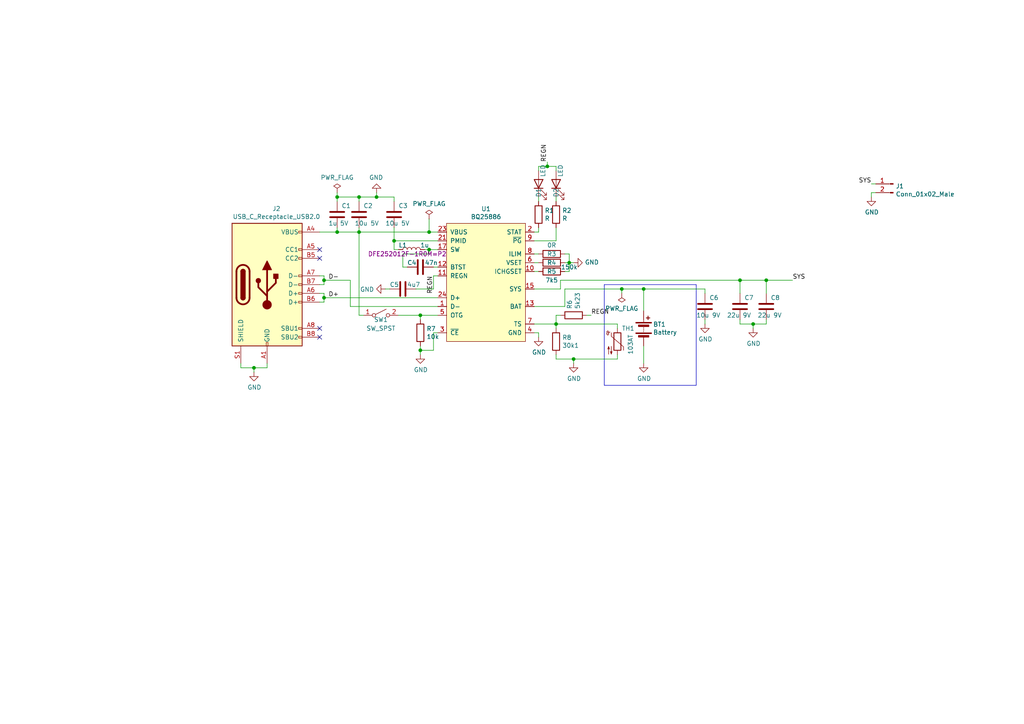
<source format=kicad_sch>
(kicad_sch (version 20230121) (generator eeschema)
  (paper "A4")
  (lib_symbols
    (symbol "Connector:Conn_01x02_Pin" (pin_names (offset 1.016) hide)
      (property "Reference" "J" (at 0 2.54 0))
      (property "Value" "Conn_01x02_Pin" (at 0 -5.08 0))
      (symbol "Conn_01x02_Pin_1_1"
        (polyline (pts (xy 1.27 -2.54) (xy 0.8636 -2.54)) (stroke (width 0.1524)))
        (polyline (pts (xy 1.27 0) (xy 0.8636 0)) (stroke (width 0.1524)))
        (rectangle (start 0.8636 -2.413) (end 0 -2.667) (stroke (width 0.1524)) (fill (type outline)))
        (rectangle (start 0.8636 0.127) (end 0 -0.127) (stroke (width 0.1524)) (fill (type outline)))
        (pin passive line (at 5.08 0 180) (length 3.81) (name "Pin_1") (number "1"))
        (pin passive line (at 5.08 -2.54 180) (length 3.81) (name "Pin_2") (number "2"))
      )
    )
    (symbol "Connector:USB_C_Receptacle_USB2.0" (pin_names (offset 1.016))
      (property "Reference" "J" (at -10.16 19.05 0))
      (property "Value" "USB_C_Receptacle_USB2.0" (at 19.05 19.05 0))
      (symbol "USB_C_Receptacle_USB2.0_0_0"
        (rectangle (start -0.254 -17.78) (end 0.254 -16.764))
        (rectangle (start 10.16 -14.986) (end 9.144 -15.494))
        (rectangle (start 10.16 -12.446) (end 9.144 -12.954))
        (rectangle (start 10.16 -4.826) (end 9.144 -5.334))
        (rectangle (start 10.16 -2.286) (end 9.144 -2.794))
        (rectangle (start 10.16 0.254) (end 9.144 -0.254))
        (rectangle (start 10.16 2.794) (end 9.144 2.286))
        (rectangle (start 10.16 7.874) (end 9.144 7.366))
        (rectangle (start 10.16 10.414) (end 9.144 9.906))
        (rectangle (start 10.16 15.494) (end 9.144 14.986))
      )
      (symbol "USB_C_Receptacle_USB2.0_0_1"
        (rectangle (start -10.16 17.78) (end 10.16 -17.78) (stroke (width 0.254)) (fill (type background)))
        (arc (start -8.89 -3.81) (mid -6.985 -5.7067) (end -5.08 -3.81) (stroke (width 0.508)))
        (arc (start -7.62 -3.81) (mid -6.985 -4.4423) (end -6.35 -3.81) (stroke (width 0.254)))
        (arc (start -7.62 -3.81) (mid -6.985 -4.4423) (end -6.35 -3.81) (stroke (width 0.254)) (fill (type outline)))
        (rectangle (start -7.62 -3.81) (end -6.35 3.81) (stroke (width 0.254)) (fill (type outline)))
        (arc (start -6.35 3.81) (mid -6.985 4.4423) (end -7.62 3.81) (stroke (width 0.254)))
        (arc (start -6.35 3.81) (mid -6.985 4.4423) (end -7.62 3.81) (stroke (width 0.254)) (fill (type outline)))
        (arc (start -5.08 3.81) (mid -6.985 5.7067) (end -8.89 3.81) (stroke (width 0.508)))
        (circle (center -2.54 1.143) (radius 0.635) (stroke (width 0.254)) (fill (type outline)))
        (circle (center 0 -5.842) (radius 1.27) (fill (type outline)))
        (polyline (pts (xy -8.89 -3.81) (xy -8.89 3.81)) (stroke (width 0.508)))
        (polyline (pts (xy -5.08 3.81) (xy -5.08 -3.81)) (stroke (width 0.508)))
        (polyline (pts (xy 0 -5.842) (xy 0 4.318)) (stroke (width 0.508)))
        (polyline (pts (xy 0 -3.302) (xy -2.54 -0.762) (xy -2.54 0.508)) (stroke (width 0.508)))
        (polyline (pts (xy 0 -2.032) (xy 2.54 0.508) (xy 2.54 1.778)) (stroke (width 0.508)))
        (polyline (pts (xy -1.27 4.318) (xy 0 6.858) (xy 1.27 4.318) (xy -1.27 4.318)) (stroke (width 0.254)) (fill (type outline)))
        (rectangle (start 1.905 1.778) (end 3.175 3.048) (stroke (width 0.254)) (fill (type outline)))
      )
      (symbol "USB_C_Receptacle_USB2.0_1_1"
        (pin passive line (at 0 -22.86 90) (length 5.08) (name "GND") (number "A1"))
        (pin passive line (at 0 -22.86 90) (length 5.08) hide (name "GND") (number "A12"))
        (pin passive line (at 15.24 15.24 180) (length 5.08) (name "VBUS") (number "A4"))
        (pin bidirectional line (at 15.24 10.16 180) (length 5.08) (name "CC1") (number "A5"))
        (pin bidirectional line (at 15.24 -2.54 180) (length 5.08) (name "D+") (number "A6"))
        (pin bidirectional line (at 15.24 2.54 180) (length 5.08) (name "D-") (number "A7"))
        (pin bidirectional line (at 15.24 -12.7 180) (length 5.08) (name "SBU1") (number "A8"))
        (pin passive line (at 15.24 15.24 180) (length 5.08) hide (name "VBUS") (number "A9"))
        (pin passive line (at 0 -22.86 90) (length 5.08) hide (name "GND") (number "B1"))
        (pin passive line (at 0 -22.86 90) (length 5.08) hide (name "GND") (number "B12"))
        (pin passive line (at 15.24 15.24 180) (length 5.08) hide (name "VBUS") (number "B4"))
        (pin bidirectional line (at 15.24 7.62 180) (length 5.08) (name "CC2") (number "B5"))
        (pin bidirectional line (at 15.24 -5.08 180) (length 5.08) (name "D+") (number "B6"))
        (pin bidirectional line (at 15.24 0 180) (length 5.08) (name "D-") (number "B7"))
        (pin bidirectional line (at 15.24 -15.24 180) (length 5.08) (name "SBU2") (number "B8"))
        (pin passive line (at 15.24 15.24 180) (length 5.08) hide (name "VBUS") (number "B9"))
        (pin passive line (at -7.62 -22.86 90) (length 5.08) (name "SHIELD") (number "S1"))
      )
    )
    (symbol "Device:Battery" (pin_numbers hide) (pin_names (offset 0) hide)
      (property "Reference" "BT" (at 2.54 2.54 0))
      (property "Value" "Battery" (at 2.54 0 0))
      (symbol "Battery_0_1"
        (rectangle (start -2.286 -1.27) (end 2.286 -1.524) (fill (type outline)))
        (rectangle (start -2.286 1.778) (end 2.286 1.524) (fill (type outline)))
        (rectangle (start -1.524 -2.032) (end 1.524 -2.54) (fill (type outline)))
        (rectangle (start -1.524 1.016) (end 1.524 0.508) (fill (type outline)))
        (polyline (pts (xy 0 -1.016) (xy 0 -0.762)))
        (polyline (pts (xy 0 -0.508) (xy 0 -0.254)))
        (polyline (pts (xy 0 0) (xy 0 0.254)))
        (polyline (pts (xy 0 1.778) (xy 0 2.54)))
        (polyline (pts (xy 0.762 3.048) (xy 1.778 3.048)) (stroke (width 0.254)))
        (polyline (pts (xy 1.27 3.556) (xy 1.27 2.54)) (stroke (width 0.254)))
      )
      (symbol "Battery_1_1"
        (pin passive line (at 0 5.08 270) (length 2.54) (name "+") (number "1"))
        (pin passive line (at 0 -5.08 90) (length 2.54) (name "-") (number "2"))
      )
    )
    (symbol "Device:C" (pin_numbers hide) (pin_names (offset 0.254))
      (property "Reference" "C" (at 0.635 2.54 0))
      (property "Value" "C" (at 0.635 -2.54 0))
      (symbol "C_0_1"
        (polyline (pts (xy -2.032 -0.762) (xy 2.032 -0.762)) (stroke (width 0.508)))
        (polyline (pts (xy -2.032 0.762) (xy 2.032 0.762)) (stroke (width 0.508)))
      )
      (symbol "C_1_1"
        (pin passive line (at 0 3.81 270) (length 2.794) (name "~") (number "1"))
        (pin passive line (at 0 -3.81 90) (length 2.794) (name "~") (number "2"))
      )
    )
    (symbol "Device:L" (pin_numbers hide) (pin_names (offset 1.016) hide)
      (property "Reference" "L" (at -1.27 0 90))
      (property "Value" "L" (at 1.905 0 90))
      (symbol "L_0_1"
        (arc (start 0 -2.54) (mid 0.6323 -1.905) (end 0 -1.27))
        (arc (start 0 -1.27) (mid 0.6323 -0.635) (end 0 0))
        (arc (start 0 0) (mid 0.6323 0.635) (end 0 1.27))
        (arc (start 0 1.27) (mid 0.6323 1.905) (end 0 2.54))
      )
      (symbol "L_1_1"
        (pin passive line (at 0 3.81 270) (length 1.27) (name "1") (number "1"))
        (pin passive line (at 0 -3.81 90) (length 1.27) (name "2") (number "2"))
      )
    )
    (symbol "Device:LED" (pin_numbers hide) (pin_names (offset 1.016) hide)
      (property "Reference" "D" (at 0 2.54 0))
      (property "Value" "LED" (at 0 -2.54 0))
      (symbol "LED_0_1"
        (polyline (pts (xy -1.27 -1.27) (xy -1.27 1.27)) (stroke (width 0.254)))
        (polyline (pts (xy -1.27 0) (xy 1.27 0)))
        (polyline (pts (xy 1.27 -1.27) (xy 1.27 1.27) (xy -1.27 0) (xy 1.27 -1.27)) (stroke (width 0.254)))
        (polyline (pts (xy -3.048 -0.762) (xy -4.572 -2.286) (xy -3.81 -2.286) (xy -4.572 -2.286) (xy -4.572 -1.524)))
        (polyline (pts (xy -1.778 -0.762) (xy -3.302 -2.286) (xy -2.54 -2.286) (xy -3.302 -2.286) (xy -3.302 -1.524)))
      )
      (symbol "LED_1_1"
        (pin passive line (at -3.81 0 0) (length 2.54) (name "K") (number "1"))
        (pin passive line (at 3.81 0 180) (length 2.54) (name "A") (number "2"))
      )
    )
    (symbol "Device:R" (pin_numbers hide) (pin_names (offset 0))
      (property "Reference" "R" (at 2.032 0 90))
      (property "Value" "R" (at 0 0 90))
      (symbol "R_0_1"
        (rectangle (start -1.016 -2.54) (end 1.016 2.54) (stroke (width 0.254)))
      )
      (symbol "R_1_1"
        (pin passive line (at 0 3.81 270) (length 1.27) (name "~") (number "1"))
        (pin passive line (at 0 -3.81 90) (length 1.27) (name "~") (number "2"))
      )
    )
    (symbol "Device:Thermistor_NTC" (pin_numbers hide) (pin_names (offset 0))
      (property "Reference" "TH" (at -4.445 0 90))
      (property "Value" "Thermistor_NTC" (at 3.175 0 90))
      (symbol "Thermistor_NTC_0_1"
        (arc (start -3.048 2.159) (mid -3.0495 2.3143) (end -3.175 2.413))
        (arc (start -3.048 2.159) (mid -2.9736 1.9794) (end -2.794 1.905))
        (arc (start -3.048 2.794) (mid -2.9736 2.6144) (end -2.794 2.54))
        (arc (start -2.794 1.905) (mid -2.6144 1.9794) (end -2.54 2.159))
        (arc (start -2.794 2.54) (mid -2.4393 2.5587) (end -2.159 2.794))
        (arc (start -2.794 3.048) (mid -2.9736 2.9736) (end -3.048 2.794))
        (arc (start -2.54 2.794) (mid -2.6144 2.9736) (end -2.794 3.048))
        (rectangle (start -1.016 2.54) (end 1.016 -2.54) (stroke (width 0.254)))
        (polyline (pts (xy -2.54 2.159) (xy -2.54 2.794)))
        (polyline (pts (xy -1.778 2.54) (xy -1.778 1.524) (xy 1.778 -1.524) (xy 1.778 -2.54)))
        (polyline (pts (xy -2.54 -3.683) (xy -2.54 -1.397) (xy -2.794 -2.159) (xy -2.286 -2.159) (xy -2.54 -1.397) (xy -2.54 -1.651)) (fill (type outline)))
        (polyline (pts (xy -1.778 -1.397) (xy -1.778 -3.683) (xy -2.032 -2.921) (xy -1.524 -2.921) (xy -1.778 -3.683) (xy -1.778 -3.429)) (fill (type outline)))
      )
      (symbol "Thermistor_NTC_1_1"
        (pin passive line (at 0 3.81 270) (length 1.27) (name "~") (number "1"))
        (pin passive line (at 0 -3.81 90) (length 1.27) (name "~") (number "2"))
      )
    )
    (symbol "Switch:SW_SPST" (pin_names (offset 0) hide)
      (property "Reference" "SW" (at 0 3.175 0))
      (property "Value" "SW_SPST" (at 0 -2.54 0))
      (symbol "SW_SPST_0_0"
        (circle (center -2.032 0) (radius 0.508))
        (polyline (pts (xy -1.524 0.254) (xy 1.524 1.778)))
        (circle (center 2.032 0) (radius 0.508))
      )
      (symbol "SW_SPST_1_1"
        (pin passive line (at -5.08 0 0) (length 2.54) (name "A") (number "1"))
        (pin passive line (at 5.08 0 180) (length 2.54) (name "B") (number "2"))
      )
    )
    (symbol "extraSymbols:BQ25886" (pin_names (offset 1.016))
      (property "Reference" "U" (at 0 19.05 0))
      (property "Value" "BQ25886" (at 0 -19.05 0))
      (symbol "BQ25886_0_1"
        (rectangle (start -11.43 17.78) (end 11.43 -16.51) (fill (type background)))
      )
      (symbol "BQ25886_1_1"
        (pin passive line (at -13.97 -6.35 0) (length 2.54) (name "D-") (number "1"))
        (pin input line (at 13.97 3.81 180) (length 2.54) (name "ICHGSET") (number "10"))
        (pin passive line (at -13.97 2.54 0) (length 2.54) (name "REGN") (number "11"))
        (pin passive line (at -13.97 5.08 0) (length 2.54) (name "BTST") (number "12"))
        (pin power_in line (at 13.97 -6.35 180) (length 2.54) (name "BAT") (number "13"))
        (pin power_in line (at 13.97 -6.35 180) (length 2.54) hide (name "BAT") (number "14"))
        (pin passive line (at 13.97 -1.27 180) (length 2.54) (name "SYS") (number "15"))
        (pin passive line (at 13.97 -1.27 180) (length 2.54) hide (name "SYS") (number "16"))
        (pin passive line (at -13.97 10.16 0) (length 2.54) (name "SW") (number "17"))
        (pin passive line (at -13.97 10.16 0) (length 2.54) hide (name "SW") (number "18"))
        (pin passive line (at 13.97 -13.97 180) (length 2.54) hide (name "GND") (number "19"))
        (pin open_collector line (at 13.97 15.24 180) (length 2.54) (name "STAT") (number "2"))
        (pin passive line (at 13.97 -13.97 180) (length 2.54) hide (name "GND") (number "20"))
        (pin passive line (at -13.97 12.7 0) (length 2.54) (name "PMID") (number "21"))
        (pin passive line (at -13.97 12.7 0) (length 2.54) hide (name "PMID") (number "22"))
        (pin power_in line (at -13.97 15.24 0) (length 2.54) (name "VBUS") (number "23"))
        (pin passive line (at -13.97 -3.81 0) (length 2.54) (name "D+") (number "24"))
        (pin passive line (at 13.97 -13.97 180) (length 2.54) hide (name "GND") (number "25"))
        (pin input line (at -13.97 -13.97 0) (length 2.54) (name "~{CE}") (number "3"))
        (pin passive line (at 13.97 -13.97 180) (length 2.54) (name "GND") (number "4"))
        (pin input line (at -13.97 -8.89 0) (length 2.54) (name "OTG") (number "5"))
        (pin input line (at 13.97 6.35 180) (length 2.54) (name "VSET") (number "6"))
        (pin input line (at 13.97 -11.43 180) (length 2.54) (name "TS") (number "7"))
        (pin input line (at 13.97 8.89 180) (length 2.54) (name "ILIM") (number "8"))
        (pin open_collector line (at 13.97 12.7 180) (length 2.54) (name "~{PG}") (number "9"))
      )
    )
    (symbol "power:GND" (power) (pin_names (offset 0))
      (property "Value" "GND" (at 0 -3.81 0))
      (symbol "GND_0_1"
        (polyline (pts (xy 0 0) (xy 0 -1.27) (xy 1.27 -1.27) (xy 0 -2.54) (xy -1.27 -1.27) (xy 0 -1.27)))
      )
      (symbol "GND_1_1"
        (pin power_in line (at 0 0 270) (length 0) hide (name "GND") (number "1"))
      )
    )
    (symbol "power:PWR_FLAG" (power) (pin_numbers hide) (pin_names (offset 0) hide)
      (property "Value" "PWR_FLAG" (at 0 3.81 0))
      (symbol "PWR_FLAG_0_0"
        (pin power_out line (at 0 0 90) (length 0) (name "pwr") (number "1"))
      )
      (symbol "PWR_FLAG_0_1"
        (polyline (pts (xy 0 0) (xy 0 1.27) (xy -1.016 1.905) (xy 0 2.54) (xy 1.016 1.905) (xy 0 1.27)))
      )
    )
  )
  (junction (at 124.46 72.39))
  (junction (at 186.69 83.82))
  (junction (at 97.79 57.15))
  (junction (at 121.92 91.44))
  (junction (at 161.29 93.98))
  (junction (at 218.44 93.98))
  (junction (at 180.34 83.82))
  (junction (at 222.25 81.28))
  (junction (at 124.46 67.31))
  (junction (at 114.3 69.85))
  (junction (at 166.37 104.14))
  (junction (at 104.14 57.15))
  (junction (at 97.79 67.31))
  (junction (at 93.98 81.28))
  (junction (at 73.66 106.68))
  (junction (at 109.22 57.15))
  (junction (at 165.1 76.2))
  (junction (at 158.75 48.26))
  (junction (at 104.14 67.31))
  (junction (at 121.92 101.6))
  (junction (at 93.98 86.36))
  (junction (at 214.63 81.28))
  (no_connect (at 92.71 95.25))
  (no_connect (at 92.71 74.93))
  (no_connect (at 92.71 97.79))
  (no_connect (at 92.71 72.39))
  (wire (pts (xy 162.56 81.28) (xy 162.56 83.82)))
  (wire (pts (xy 204.47 83.82) (xy 186.69 83.82)))
  (wire (pts (xy 156.21 73.66) (xy 154.94 73.66)))
  (wire (pts (xy 161.29 93.98) (xy 161.29 91.44)))
  (wire (pts (xy 166.37 104.14) (xy 166.37 105.41)))
  (wire (pts (xy 161.29 104.14) (xy 161.29 102.87)))
  (wire (pts (xy 156.21 57.15) (xy 156.21 58.42)))
  (wire (pts (xy 158.75 48.26) (xy 161.29 48.26)))
  (polyline (pts (xy 201.93 111.76) (xy 201.93 82.55)))
  (wire (pts (xy 104.14 57.15) (xy 97.79 57.15)))
  (wire (pts (xy 252.73 55.88) (xy 254 55.88)))
  (wire (pts (xy 93.98 85.09) (xy 93.98 86.36)))
  (wire (pts (xy 125.73 77.47) (xy 127 77.47)))
  (wire (pts (xy 165.1 78.74) (xy 165.1 76.2)))
  (wire (pts (xy 154.94 67.31) (xy 156.21 67.31)))
  (wire (pts (xy 120.65 83.82) (xy 125.73 83.82)))
  (wire (pts (xy 93.98 80.01) (xy 92.71 80.01)))
  (wire (pts (xy 218.44 95.25) (xy 218.44 93.98)))
  (wire (pts (xy 154.94 88.9) (xy 163.83 88.9)))
  (polyline (pts (xy 201.93 82.55) (xy 175.26 82.55)))
  (wire (pts (xy 163.83 76.2) (xy 165.1 76.2)))
  (wire (pts (xy 124.46 63.5) (xy 124.46 67.31)))
  (wire (pts (xy 97.79 55.88) (xy 97.79 57.15)))
  (wire (pts (xy 156.21 49.53) (xy 156.21 48.26)))
  (wire (pts (xy 104.14 67.31) (xy 97.79 67.31)))
  (wire (pts (xy 97.79 57.15) (xy 97.79 58.42)))
  (wire (pts (xy 104.14 91.44) (xy 104.14 67.31)))
  (wire (pts (xy 121.92 91.44) (xy 115.57 91.44)))
  (wire (pts (xy 114.3 72.39) (xy 115.57 72.39)))
  (wire (pts (xy 163.83 78.74) (xy 165.1 78.74)))
  (wire (pts (xy 127 88.9) (xy 101.6 88.9)))
  (wire (pts (xy 97.79 66.04) (xy 97.79 67.31)))
  (wire (pts (xy 252.73 57.15) (xy 252.73 55.88)))
  (wire (pts (xy 218.44 93.98) (xy 222.25 93.98)))
  (wire (pts (xy 162.56 91.44) (xy 161.29 91.44)))
  (wire (pts (xy 186.69 83.82) (xy 186.69 90.17)))
  (wire (pts (xy 214.63 85.09) (xy 214.63 81.28)))
  (wire (pts (xy 116.84 77.47) (xy 116.84 73.66)))
  (wire (pts (xy 93.98 82.55) (xy 93.98 81.28)))
  (wire (pts (xy 156.21 78.74) (xy 154.94 78.74)))
  (wire (pts (xy 101.6 81.28) (xy 93.98 81.28)))
  (wire (pts (xy 69.85 106.68) (xy 73.66 106.68)))
  (wire (pts (xy 222.25 81.28) (xy 229.87 81.28)))
  (wire (pts (xy 158.75 48.26) (xy 158.75 46.99)))
  (wire (pts (xy 97.79 67.31) (xy 92.71 67.31)))
  (wire (pts (xy 204.47 93.98) (xy 204.47 92.71)))
  (wire (pts (xy 127 96.52) (xy 125.73 96.52)))
  (wire (pts (xy 114.3 69.85) (xy 114.3 72.39)))
  (wire (pts (xy 156.21 96.52) (xy 154.94 96.52)))
  (wire (pts (xy 127 91.44) (xy 121.92 91.44)))
  (wire (pts (xy 124.46 72.39) (xy 127 72.39)))
  (wire (pts (xy 204.47 85.09) (xy 204.47 83.82)))
  (wire (pts (xy 222.25 85.09) (xy 222.25 81.28)))
  (wire (pts (xy 125.73 96.52) (xy 125.73 101.6)))
  (wire (pts (xy 186.69 100.33) (xy 186.69 105.41)))
  (wire (pts (xy 125.73 80.01) (xy 127 80.01)))
  (wire (pts (xy 125.73 101.6) (xy 121.92 101.6)))
  (wire (pts (xy 161.29 93.98) (xy 179.07 93.98)))
  (wire (pts (xy 179.07 102.87) (xy 179.07 104.14)))
  (wire (pts (xy 92.71 85.09) (xy 93.98 85.09)))
  (wire (pts (xy 104.14 66.04) (xy 104.14 67.31)))
  (wire (pts (xy 109.22 57.15) (xy 114.3 57.15)))
  (wire (pts (xy 156.21 67.31) (xy 156.21 66.04)))
  (wire (pts (xy 118.11 77.47) (xy 116.84 77.47)))
  (wire (pts (xy 114.3 66.04) (xy 114.3 69.85)))
  (wire (pts (xy 214.63 81.28) (xy 222.25 81.28)))
  (wire (pts (xy 163.83 88.9) (xy 163.83 83.82)))
  (wire (pts (xy 154.94 76.2) (xy 156.21 76.2)))
  (wire (pts (xy 222.25 93.98) (xy 222.25 92.71)))
  (wire (pts (xy 121.92 92.71) (xy 121.92 91.44)))
  (wire (pts (xy 92.71 82.55) (xy 93.98 82.55)))
  (wire (pts (xy 180.34 83.82) (xy 186.69 83.82)))
  (wire (pts (xy 180.34 85.09) (xy 180.34 83.82)))
  (wire (pts (xy 127 69.85) (xy 114.3 69.85)))
  (wire (pts (xy 116.84 73.66) (xy 124.46 73.66)))
  (wire (pts (xy 124.46 67.31) (xy 127 67.31)))
  (wire (pts (xy 104.14 67.31) (xy 124.46 67.31)))
  (wire (pts (xy 69.85 105.41) (xy 69.85 106.68)))
  (wire (pts (xy 104.14 58.42) (xy 104.14 57.15)))
  (wire (pts (xy 165.1 76.2) (xy 165.1 73.66)))
  (wire (pts (xy 93.98 86.36) (xy 127 86.36)))
  (wire (pts (xy 166.37 104.14) (xy 161.29 104.14)))
  (wire (pts (xy 93.98 87.63) (xy 92.71 87.63)))
  (wire (pts (xy 121.92 101.6) (xy 121.92 102.87)))
  (wire (pts (xy 111.76 83.82) (xy 113.03 83.82)))
  (wire (pts (xy 125.73 83.82) (xy 125.73 80.01)))
  (wire (pts (xy 179.07 95.25) (xy 179.07 93.98)))
  (wire (pts (xy 105.41 91.44) (xy 104.14 91.44)))
  (wire (pts (xy 154.94 69.85) (xy 161.29 69.85)))
  (wire (pts (xy 161.29 48.26) (xy 161.29 49.53)))
  (wire (pts (xy 93.98 81.28) (xy 93.98 80.01)))
  (polyline (pts (xy 175.26 82.55) (xy 175.26 111.76)))
  (wire (pts (xy 109.22 57.15) (xy 109.22 55.88)))
  (wire (pts (xy 123.19 72.39) (xy 124.46 72.39)))
  (wire (pts (xy 93.98 86.36) (xy 93.98 87.63)))
  (wire (pts (xy 161.29 58.42) (xy 161.29 57.15)))
  (wire (pts (xy 156.21 48.26) (xy 158.75 48.26)))
  (wire (pts (xy 163.83 83.82) (xy 180.34 83.82)))
  (wire (pts (xy 73.66 106.68) (xy 73.66 107.95)))
  (wire (pts (xy 171.45 91.44) (xy 170.18 91.44)))
  (wire (pts (xy 179.07 104.14) (xy 166.37 104.14)))
  (wire (pts (xy 121.92 100.33) (xy 121.92 101.6)))
  (wire (pts (xy 114.3 57.15) (xy 114.3 58.42)))
  (wire (pts (xy 154.94 83.82) (xy 162.56 83.82)))
  (wire (pts (xy 165.1 73.66) (xy 163.83 73.66)))
  (wire (pts (xy 101.6 88.9) (xy 101.6 81.28)))
  (wire (pts (xy 161.29 93.98) (xy 154.94 93.98)))
  (wire (pts (xy 214.63 92.71) (xy 214.63 93.98)))
  (wire (pts (xy 73.66 106.68) (xy 77.47 106.68)))
  (wire (pts (xy 214.63 93.98) (xy 218.44 93.98)))
  (wire (pts (xy 161.29 95.25) (xy 161.29 93.98)))
  (wire (pts (xy 104.14 57.15) (xy 109.22 57.15)))
  (polyline (pts (xy 175.26 111.76) (xy 201.93 111.76)))
  (wire (pts (xy 161.29 69.85) (xy 161.29 66.04)))
  (wire (pts (xy 252.73 53.34) (xy 254 53.34)))
  (wire (pts (xy 124.46 73.66) (xy 124.46 72.39)))
  (wire (pts (xy 166.37 76.2) (xy 165.1 76.2)))
  (wire (pts (xy 162.56 81.28) (xy 214.63 81.28)))
  (wire (pts (xy 156.21 97.79) (xy 156.21 96.52)))
  (wire (pts (xy 77.47 106.68) (xy 77.47 105.41)))
  (label "REGN" (at 171.45 91.44 0))
  (label "SYS" (at 252.73 53.34 180))
  (label "D+" (at 95.25 86.36 0))
  (label "D-" (at 95.25 81.28 0))
  (label "SYS" (at 229.87 81.28 0))
  (label "REGN" (at 158.75 46.99 90))
  (label "REGN" (at 125.73 80.01 270))
  (symbol (lib_id "extraSymbols:BQ25886") (at 140.97 82.55 0) (unit 1)
    (property "Reference" "U1" (at 140.97 60.579 0))
    (property "Value" "BQ25886" (at 140.97 62.8904 0))
    (property "Footprint" "Package_DFN_QFN:VQFN-24-1EP_4x4mm_P0.5mm_EP2.45x2.45mm_ThermalVias" (effects hide))
    (property "Datasheet" "https://www.ti.com/lit/ds/symlink/bq25886.pdf" (effects hide))
  )
  (symbol (lib_id "Connector:USB_C_Receptacle_USB2.0") (at 77.47 82.55 0) (unit 1)
    (property "Reference" "J2" (at 80.1878 60.5282 0))
    (property "Value" "USB_C_Receptacle_USB2.0" (at 80.1878 62.8396 0))
    (property "Footprint" "Connector_USB:USB_C_Receptacle_Palconn_UTC16-G" (effects hide))
    (property "Datasheet" "https://www.usb.org/sites/default/files/documents/usb_type-c.zip" (effects hide))
  )
  (symbol (lib_id "Device:C") (at 104.14 62.23 0) (unit 1)
    (property "Reference" "C2" (at 105.41 59.69 0) (effects (justify left)))
    (property "Value" "10u 5V" (at 102.87 64.77 0) (effects (justify left)))
    (property "Footprint" "Capacitor_SMD:C_0805_2012Metric" (effects hide))
  )
  (symbol (lib_id "power:GND") (at 109.22 55.88 180) (unit 1)
    (property "Reference" "#PWR01" (effects hide))
    (property "Value" "GND" (at 109.093 51.4858 0))
  )
  (symbol (lib_id "Device:L") (at 119.38 72.39 90) (unit 1)
    (property "Reference" "L1" (at 116.84 71.12 90))
    (property "Value" "1u" (at 123.19 71.12 90))
    (property "Footprint" "Inductor_SMD:L_1008_2520Metric" (effects hide))
    (property "Name" "DFE252012F-1R0M=P2" (at 118.11 73.66 90))
  )
  (symbol (lib_id "Device:C") (at 114.3 62.23 0) (unit 1)
    (property "Reference" "C3" (at 115.57 59.69 0) (effects (justify left)))
    (property "Value" "10u 5V" (at 111.76 64.77 0) (effects (justify left)))
    (property "Footprint" "Capacitor_SMD:C_0805_2012Metric" (effects hide))
  )
  (symbol (lib_id "Device:C") (at 121.92 77.47 270) (unit 1)
    (property "Reference" "C4" (at 118.11 76.2 90) (effects (justify left)))
    (property "Value" "47n" (at 123.19 76.2 90) (effects (justify left)))
    (property "Footprint" "Capacitor_SMD:C_0603_1608Metric_Pad1.05x0.95mm_HandSolder" (effects hide))
  )
  (symbol (lib_id "Device:C") (at 116.84 83.82 270) (unit 1)
    (property "Reference" "C5" (at 113.03 82.55 90) (effects (justify left)))
    (property "Value" "4u7" (at 118.11 82.55 90) (effects (justify left)))
    (property "Footprint" "Capacitor_SMD:C_0603_1608Metric_Pad1.05x0.95mm_HandSolder" (effects hide))
  )
  (symbol (lib_id "power:GND") (at 111.76 83.82 270) (unit 1)
    (property "Reference" "#PWR04" (effects hide))
    (property "Value" "GND" (at 108.5088 83.947 90) (effects (justify right)))
  )
  (symbol (lib_id "power:GND") (at 73.66 107.95 0) (unit 1)
    (property "Reference" "#PWR011" (effects hide))
    (property "Value" "GND" (at 73.787 112.3442 0))
  )
  (symbol (lib_id "Device:R") (at 121.92 96.52 0) (unit 1)
    (property "Reference" "R7" (at 123.698 95.3516 0) (effects (justify left)))
    (property "Value" "10k" (at 123.698 97.663 0) (effects (justify left)))
    (property "Footprint" "Resistor_SMD:R_0603_1608Metric_Pad1.05x0.95mm_HandSolder" (effects hide))
  )
  (symbol (lib_id "Switch:SW_SPST") (at 110.49 91.44 0) (unit 1)
    (property "Reference" "SW1" (at 110.49 92.71 0))
    (property "Value" "SW_SPST" (at 110.49 95.25 0))
    (property "Footprint" "Connector_PinHeader_2.00mm:PinHeader_1x02_P2.00mm_Vertical" (effects hide))
  )
  (symbol (lib_id "power:GND") (at 121.92 102.87 0) (unit 1)
    (property "Reference" "#PWR08" (effects hide))
    (property "Value" "GND" (at 122.047 107.2642 0))
  )
  (symbol (lib_id "power:GND") (at 156.21 97.79 0) (unit 1)
    (property "Reference" "#PWR07" (effects hide))
    (property "Value" "GND" (at 156.337 102.1842 0))
  )
  (symbol (lib_id "Device:R") (at 166.37 91.44 90) (unit 1)
    (property "Reference" "R6" (at 165.2016 89.662 0) (effects (justify left)))
    (property "Value" "5k23" (at 167.513 89.662 0) (effects (justify left)))
    (property "Footprint" "Resistor_SMD:R_0603_1608Metric_Pad1.05x0.95mm_HandSolder" (effects hide))
  )
  (symbol (lib_id "Device:R") (at 161.29 99.06 0) (unit 1)
    (property "Reference" "R8" (at 163.068 97.8916 0) (effects (justify left)))
    (property "Value" "30k1" (at 163.068 100.203 0) (effects (justify left)))
    (property "Footprint" "Resistor_SMD:R_0603_1608Metric_Pad1.05x0.95mm_HandSolder" (effects hide))
  )
  (symbol (lib_id "Device:Thermistor_NTC") (at 179.07 99.06 0) (unit 1)
    (property "Reference" "TH1" (at 180.34 95.25 0) (effects (justify left)))
    (property "Value" "103AT" (at 182.88 102.87 90) (effects (justify left)))
    (property "Footprint" "Connector_PinHeader_2.00mm:PinHeader_1x02_P2.00mm_Vertical" (effects hide))
  )
  (symbol (lib_id "power:GND") (at 166.37 105.41 0) (unit 1)
    (property "Reference" "#PWR09" (effects hide))
    (property "Value" "GND" (at 166.497 109.8042 0))
  )
  (symbol (lib_id "power:GND") (at 186.69 105.41 0) (unit 1)
    (property "Reference" "#PWR010" (effects hide))
    (property "Value" "GND" (at 186.817 109.8042 0))
  )
  (symbol (lib_id "Device:C") (at 204.47 88.9 0) (unit 1)
    (property "Reference" "C6" (at 205.74 86.36 0) (effects (justify left)))
    (property "Value" "10u 9V" (at 201.93 91.44 0) (effects (justify left)))
    (property "Footprint" "Capacitor_SMD:C_0805_2012Metric" (effects hide))
  )
  (symbol (lib_id "power:GND") (at 204.47 93.98 0) (unit 1)
    (property "Reference" "#PWR05" (effects hide))
    (property "Value" "GND" (at 204.597 98.3742 0))
  )
  (symbol (lib_id "Device:R") (at 160.02 78.74 270) (unit 1)
    (property "Reference" "R5" (at 160.02 78.74 90))
    (property "Value" "7k5" (at 160.02 81.28 90))
    (property "Footprint" "Resistor_SMD:R_0603_1608Metric_Pad1.05x0.95mm_HandSolder" (effects hide))
  )
  (symbol (lib_id "Device:R") (at 160.02 76.2 270) (unit 1)
    (property "Reference" "R4" (at 160.02 76.2 90))
    (property "Value" "150k" (at 165.1 77.47 90))
    (property "Footprint" "Resistor_SMD:R_0603_1608Metric_Pad1.05x0.95mm_HandSolder" (effects hide))
  )
  (symbol (lib_id "Device:R") (at 160.02 73.66 270) (unit 1)
    (property "Reference" "R3" (at 160.02 73.66 90))
    (property "Value" "0R" (at 160.02 71.12 90))
    (property "Footprint" "Resistor_SMD:R_0603_1608Metric_Pad1.05x0.95mm_HandSolder" (effects hide))
  )
  (symbol (lib_id "power:GND") (at 166.37 76.2 90) (unit 1)
    (property "Reference" "#PWR03" (effects hide))
    (property "Value" "GND" (at 169.6212 76.073 90) (effects (justify right)))
  )
  (symbol (lib_id "Device:LED") (at 161.29 53.34 90) (unit 1)
    (property "Reference" "D2" (at 161.29 55.88 0))
    (property "Value" "LED" (at 162.56 49.53 0))
    (property "Footprint" "LED_SMD:LED_0603_1608Metric_Pad1.05x0.95mm_HandSolder" (effects hide))
  )
  (symbol (lib_id "Device:LED") (at 156.21 53.34 90) (unit 1)
    (property "Reference" "D1" (at 156.21 55.88 0))
    (property "Value" "LED" (at 157.48 49.53 0))
    (property "Footprint" "LED_SMD:LED_0603_1608Metric_Pad1.05x0.95mm_HandSolder" (effects hide))
  )
  (symbol (lib_id "Device:R") (at 156.21 62.23 0) (unit 1)
    (property "Reference" "R1" (at 157.988 61.0616 0) (effects (justify left)))
    (property "Value" "R" (at 157.988 63.373 0) (effects (justify left)))
    (property "Footprint" "Resistor_SMD:R_0603_1608Metric_Pad1.05x0.95mm_HandSolder" (effects hide))
  )
  (symbol (lib_id "Device:R") (at 161.29 62.23 0) (unit 1)
    (property "Reference" "R2" (at 163.068 61.0616 0) (effects (justify left)))
    (property "Value" "R" (at 163.068 63.373 0) (effects (justify left)))
    (property "Footprint" "Resistor_SMD:R_0603_1608Metric_Pad1.05x0.95mm_HandSolder" (effects hide))
  )
  (symbol (lib_id "Device:C") (at 97.79 62.23 0) (unit 1)
    (property "Reference" "C1" (at 99.06 59.69 0) (effects (justify left)))
    (property "Value" "1u 5V" (at 95.25 64.77 0) (effects (justify left)))
    (property "Footprint" "Capacitor_SMD:C_0603_1608Metric_Pad1.05x0.95mm_HandSolder" (effects hide))
  )
  (symbol (lib_id "Device:C") (at 214.63 88.9 0) (unit 1)
    (property "Reference" "C7" (at 215.9 86.36 0) (effects (justify left)))
    (property "Value" "22u 9V" (at 210.82 91.44 0) (effects (justify left)))
    (property "Footprint" "Capacitor_SMD:C_0805_2012Metric" (effects hide))
  )
  (symbol (lib_id "Device:C") (at 222.25 88.9 0) (unit 1)
    (property "Reference" "C8" (at 223.52 86.36 0) (effects (justify left)))
    (property "Value" "22u 9V" (at 219.71 91.44 0) (effects (justify left)))
    (property "Footprint" "Capacitor_SMD:C_0805_2012Metric" (effects hide))
  )
  (symbol (lib_id "power:GND") (at 218.44 95.25 0) (unit 1)
    (property "Reference" "#PWR06" (effects hide))
    (property "Value" "GND" (at 218.567 99.6442 0))
  )
  (symbol (lib_id "Connector:Conn_01x02_Pin") (at 259.08 53.34 0) (mirror y) (unit 1)
    (property "Reference" "J1" (at 259.7912 54.0004 0) (effects (justify right)))
    (property "Value" "Conn_01x02_Male" (at 259.7912 56.3118 0) (effects (justify right)))
    (property "Footprint" "Connector_PinHeader_2.54mm:PinHeader_1x02_P2.54mm_Vertical" (effects hide))
  )
  (symbol (lib_id "Device:Battery") (at 186.69 95.25 0) (unit 1)
    (property "Reference" "BT1" (at 189.4332 94.0816 0) (effects (justify left)))
    (property "Value" "Battery" (at 189.4332 96.393 0) (effects (justify left)))
    (property "Footprint" "Connector_PinHeader_2.54mm:PinHeader_1x02_P2.54mm_Vertical" (effects hide))
  )
  (symbol (lib_id "power:GND") (at 252.73 57.15 0) (unit 1)
    (property "Reference" "#PWR02" (effects hide))
    (property "Value" "GND" (at 252.857 61.5442 0))
  )
  (symbol (lib_id "power:PWR_FLAG") (at 124.46 63.5 0) (unit 1)
    (property "Reference" "#FLG02" (effects hide))
    (property "Value" "PWR_FLAG" (at 124.46 59.1058 0))
  )
  (symbol (lib_id "power:PWR_FLAG") (at 180.34 85.09 180) (unit 1)
    (property "Reference" "#FLG03" (effects hide))
    (property "Value" "PWR_FLAG" (at 180.34 89.4842 0))
  )
  (symbol (lib_id "power:PWR_FLAG") (at 97.79 55.88 0) (unit 1)
    (property "Reference" "#FLG01" (effects hide))
    (property "Value" "PWR_FLAG" (at 97.79 51.4858 0))
  )
)
</source>
